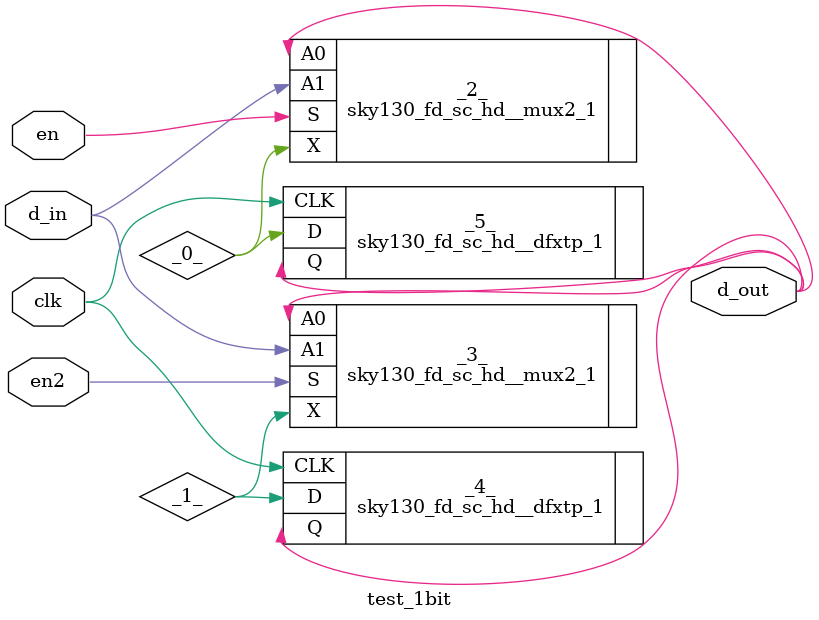
<source format=v>
/* Generated by Yosys 0.9 (git sha1 1979e0b) */

module test_1bit(d_in, clk, en, en2, d_out);
  wire _0_;
  wire _1_;
  input clk;
  input d_in;
  output d_out;
  input en;
  input en2;
  sky130_fd_sc_hd__mux2_1 _2_ (
    .A0(d_out),
    .A1(d_in),
    .S(en),
    .X(_0_)
  );
  sky130_fd_sc_hd__mux2_1 _3_ (
    .A0(d_out),
    .A1(d_in),
    .S(en2),
    .X(_1_)
  );
  sky130_fd_sc_hd__dfxtp_1 _4_ (
    .CLK(clk),
    .D(_1_),
    .Q(d_out)
  );
  sky130_fd_sc_hd__dfxtp_1 _5_ (
    .CLK(clk),
    .D(_0_),
    .Q(d_out)
  );
endmodule

</source>
